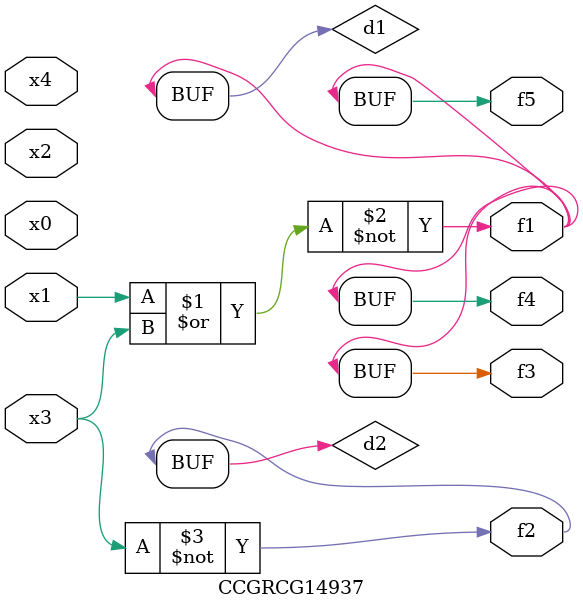
<source format=v>
module CCGRCG14937(
	input x0, x1, x2, x3, x4,
	output f1, f2, f3, f4, f5
);

	wire d1, d2;

	nor (d1, x1, x3);
	not (d2, x3);
	assign f1 = d1;
	assign f2 = d2;
	assign f3 = d1;
	assign f4 = d1;
	assign f5 = d1;
endmodule

</source>
